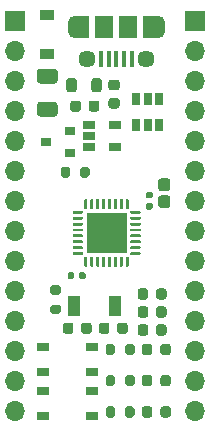
<source format=gbr>
%TF.GenerationSoftware,KiCad,Pcbnew,5.1.9-73d0e3b20d~88~ubuntu20.10.1*%
%TF.CreationDate,2021-03-03T18:54:08-06:00*%
%TF.ProjectId,serafino l432kc,73657261-6669-46e6-9f20-6c3433326b63,rev?*%
%TF.SameCoordinates,Original*%
%TF.FileFunction,Soldermask,Top*%
%TF.FilePolarity,Negative*%
%FSLAX46Y46*%
G04 Gerber Fmt 4.6, Leading zero omitted, Abs format (unit mm)*
G04 Created by KiCad (PCBNEW 5.1.9-73d0e3b20d~88~ubuntu20.10.1) date 2021-03-03 18:54:08*
%MOMM*%
%LPD*%
G01*
G04 APERTURE LIST*
%ADD10R,1.060000X0.650000*%
%ADD11R,0.650000X1.060000*%
%ADD12R,1.050000X0.650000*%
%ADD13R,1.200000X0.900000*%
%ADD14O,1.700000X1.700000*%
%ADD15R,1.700000X1.700000*%
%ADD16R,1.500000X1.900000*%
%ADD17C,1.450000*%
%ADD18R,0.400000X1.350000*%
%ADD19O,1.200000X1.900000*%
%ADD20R,1.200000X1.900000*%
%ADD21R,3.450000X3.450000*%
%ADD22R,1.000000X1.800000*%
%ADD23R,0.900000X0.800000*%
G04 APERTURE END LIST*
D10*
%TO.C,U1*%
X197188000Y-101158000D03*
X197188000Y-103058000D03*
X194988000Y-103058000D03*
X194988000Y-102108000D03*
X194988000Y-101158000D03*
%TD*%
%TO.C,C3*%
G36*
G01*
X197354000Y-98227000D02*
X196854000Y-98227000D01*
G75*
G02*
X196629000Y-98002000I0J225000D01*
G01*
X196629000Y-97552000D01*
G75*
G02*
X196854000Y-97327000I225000J0D01*
G01*
X197354000Y-97327000D01*
G75*
G02*
X197579000Y-97552000I0J-225000D01*
G01*
X197579000Y-98002000D01*
G75*
G02*
X197354000Y-98227000I-225000J0D01*
G01*
G37*
G36*
G01*
X197354000Y-99777000D02*
X196854000Y-99777000D01*
G75*
G02*
X196629000Y-99552000I0J225000D01*
G01*
X196629000Y-99102000D01*
G75*
G02*
X196854000Y-98877000I225000J0D01*
G01*
X197354000Y-98877000D01*
G75*
G02*
X197579000Y-99102000I0J-225000D01*
G01*
X197579000Y-99552000D01*
G75*
G02*
X197354000Y-99777000I-225000J0D01*
G01*
G37*
%TD*%
%TO.C,F1*%
G36*
G01*
X192077500Y-97650000D02*
X190827500Y-97650000D01*
G75*
G02*
X190577500Y-97400000I0J250000D01*
G01*
X190577500Y-96650000D01*
G75*
G02*
X190827500Y-96400000I250000J0D01*
G01*
X192077500Y-96400000D01*
G75*
G02*
X192327500Y-96650000I0J-250000D01*
G01*
X192327500Y-97400000D01*
G75*
G02*
X192077500Y-97650000I-250000J0D01*
G01*
G37*
G36*
G01*
X192077500Y-100450000D02*
X190827500Y-100450000D01*
G75*
G02*
X190577500Y-100200000I0J250000D01*
G01*
X190577500Y-99450000D01*
G75*
G02*
X190827500Y-99200000I250000J0D01*
G01*
X192077500Y-99200000D01*
G75*
G02*
X192327500Y-99450000I0J-250000D01*
G01*
X192327500Y-100200000D01*
G75*
G02*
X192077500Y-100450000I-250000J0D01*
G01*
G37*
%TD*%
D11*
%TO.C,U2*%
X200900000Y-98970000D03*
X199950000Y-98970000D03*
X199000000Y-98970000D03*
X199000000Y-101170000D03*
X200900000Y-101170000D03*
X199950000Y-101170000D03*
%TD*%
D12*
%TO.C,SW1*%
X195242400Y-125789000D03*
X195267400Y-123639000D03*
X191117400Y-125789000D03*
X191117400Y-123639000D03*
%TD*%
%TO.C,SW2*%
X195242400Y-122106000D03*
X195267400Y-119956000D03*
X191117400Y-122106000D03*
X191117400Y-119956000D03*
%TD*%
%TO.C,C8*%
G36*
G01*
X201083499Y-105684000D02*
X201633501Y-105684000D01*
G75*
G02*
X201883500Y-105933999I0J-249999D01*
G01*
X201883500Y-106509001D01*
G75*
G02*
X201633501Y-106759000I-249999J0D01*
G01*
X201083499Y-106759000D01*
G75*
G02*
X200833500Y-106509001I0J249999D01*
G01*
X200833500Y-105933999D01*
G75*
G02*
X201083499Y-105684000I249999J0D01*
G01*
G37*
G36*
G01*
X201083499Y-107109000D02*
X201633501Y-107109000D01*
G75*
G02*
X201883500Y-107358999I0J-249999D01*
G01*
X201883500Y-107934001D01*
G75*
G02*
X201633501Y-108184000I-249999J0D01*
G01*
X201083499Y-108184000D01*
G75*
G02*
X200833500Y-107934001I0J249999D01*
G01*
X200833500Y-107358999D01*
G75*
G02*
X201083499Y-107109000I249999J0D01*
G01*
G37*
%TD*%
D13*
%TO.C,D2*%
X191452500Y-95185500D03*
X191452500Y-91885500D03*
%TD*%
D14*
%TO.C,J3*%
X203962000Y-125349000D03*
X203962000Y-122809000D03*
X203962000Y-120269000D03*
X203962000Y-117729000D03*
X203962000Y-115189000D03*
X203962000Y-112649000D03*
X203962000Y-110109000D03*
X203962000Y-107569000D03*
X203962000Y-105029000D03*
X203962000Y-102489000D03*
X203962000Y-99949000D03*
X203962000Y-97409000D03*
X203962000Y-94869000D03*
D15*
X203962000Y-92329000D03*
%TD*%
%TO.C,J2*%
X188722000Y-92329000D03*
D14*
X188722000Y-94869000D03*
X188722000Y-97409000D03*
X188722000Y-99949000D03*
X188722000Y-102489000D03*
X188722000Y-105029000D03*
X188722000Y-107569000D03*
X188722000Y-110109000D03*
X188722000Y-112649000D03*
X188722000Y-115189000D03*
X188722000Y-117729000D03*
X188722000Y-120269000D03*
X188722000Y-122809000D03*
X188722000Y-125349000D03*
%TD*%
%TO.C,R1*%
G36*
G01*
X197187000Y-125175600D02*
X197187000Y-125725600D01*
G75*
G02*
X196987000Y-125925600I-200000J0D01*
G01*
X196587000Y-125925600D01*
G75*
G02*
X196387000Y-125725600I0J200000D01*
G01*
X196387000Y-125175600D01*
G75*
G02*
X196587000Y-124975600I200000J0D01*
G01*
X196987000Y-124975600D01*
G75*
G02*
X197187000Y-125175600I0J-200000D01*
G01*
G37*
G36*
G01*
X198837000Y-125175600D02*
X198837000Y-125725600D01*
G75*
G02*
X198637000Y-125925600I-200000J0D01*
G01*
X198237000Y-125925600D01*
G75*
G02*
X198037000Y-125725600I0J200000D01*
G01*
X198037000Y-125175600D01*
G75*
G02*
X198237000Y-124975600I200000J0D01*
G01*
X198637000Y-124975600D01*
G75*
G02*
X198837000Y-125175600I0J-200000D01*
G01*
G37*
%TD*%
%TO.C,R3*%
G36*
G01*
X197187000Y-122534000D02*
X197187000Y-123084000D01*
G75*
G02*
X196987000Y-123284000I-200000J0D01*
G01*
X196587000Y-123284000D01*
G75*
G02*
X196387000Y-123084000I0J200000D01*
G01*
X196387000Y-122534000D01*
G75*
G02*
X196587000Y-122334000I200000J0D01*
G01*
X196987000Y-122334000D01*
G75*
G02*
X197187000Y-122534000I0J-200000D01*
G01*
G37*
G36*
G01*
X198837000Y-122534000D02*
X198837000Y-123084000D01*
G75*
G02*
X198637000Y-123284000I-200000J0D01*
G01*
X198237000Y-123284000D01*
G75*
G02*
X198037000Y-123084000I0J200000D01*
G01*
X198037000Y-122534000D01*
G75*
G02*
X198237000Y-122334000I200000J0D01*
G01*
X198637000Y-122334000D01*
G75*
G02*
X198837000Y-122534000I0J-200000D01*
G01*
G37*
%TD*%
%TO.C,R4*%
G36*
G01*
X198837000Y-119892400D02*
X198837000Y-120442400D01*
G75*
G02*
X198637000Y-120642400I-200000J0D01*
G01*
X198237000Y-120642400D01*
G75*
G02*
X198037000Y-120442400I0J200000D01*
G01*
X198037000Y-119892400D01*
G75*
G02*
X198237000Y-119692400I200000J0D01*
G01*
X198637000Y-119692400D01*
G75*
G02*
X198837000Y-119892400I0J-200000D01*
G01*
G37*
G36*
G01*
X197187000Y-119892400D02*
X197187000Y-120442400D01*
G75*
G02*
X196987000Y-120642400I-200000J0D01*
G01*
X196587000Y-120642400D01*
G75*
G02*
X196387000Y-120442400I0J200000D01*
G01*
X196387000Y-119892400D01*
G75*
G02*
X196587000Y-119692400I200000J0D01*
G01*
X196987000Y-119692400D01*
G75*
G02*
X197187000Y-119892400I0J-200000D01*
G01*
G37*
%TD*%
%TO.C,D4*%
G36*
G01*
X199460400Y-120423650D02*
X199460400Y-119911150D01*
G75*
G02*
X199679150Y-119692400I218750J0D01*
G01*
X200116650Y-119692400D01*
G75*
G02*
X200335400Y-119911150I0J-218750D01*
G01*
X200335400Y-120423650D01*
G75*
G02*
X200116650Y-120642400I-218750J0D01*
G01*
X199679150Y-120642400D01*
G75*
G02*
X199460400Y-120423650I0J218750D01*
G01*
G37*
G36*
G01*
X201035400Y-120423650D02*
X201035400Y-119911150D01*
G75*
G02*
X201254150Y-119692400I218750J0D01*
G01*
X201691650Y-119692400D01*
G75*
G02*
X201910400Y-119911150I0J-218750D01*
G01*
X201910400Y-120423650D01*
G75*
G02*
X201691650Y-120642400I-218750J0D01*
G01*
X201254150Y-120642400D01*
G75*
G02*
X201035400Y-120423650I0J218750D01*
G01*
G37*
%TD*%
%TO.C,D3*%
G36*
G01*
X201035400Y-123065250D02*
X201035400Y-122552750D01*
G75*
G02*
X201254150Y-122334000I218750J0D01*
G01*
X201691650Y-122334000D01*
G75*
G02*
X201910400Y-122552750I0J-218750D01*
G01*
X201910400Y-123065250D01*
G75*
G02*
X201691650Y-123284000I-218750J0D01*
G01*
X201254150Y-123284000D01*
G75*
G02*
X201035400Y-123065250I0J218750D01*
G01*
G37*
G36*
G01*
X199460400Y-123065250D02*
X199460400Y-122552750D01*
G75*
G02*
X199679150Y-122334000I218750J0D01*
G01*
X200116650Y-122334000D01*
G75*
G02*
X200335400Y-122552750I0J-218750D01*
G01*
X200335400Y-123065250D01*
G75*
G02*
X200116650Y-123284000I-218750J0D01*
G01*
X199679150Y-123284000D01*
G75*
G02*
X199460400Y-123065250I0J218750D01*
G01*
G37*
%TD*%
%TO.C,D1*%
G36*
G01*
X199460400Y-125706850D02*
X199460400Y-125194350D01*
G75*
G02*
X199679150Y-124975600I218750J0D01*
G01*
X200116650Y-124975600D01*
G75*
G02*
X200335400Y-125194350I0J-218750D01*
G01*
X200335400Y-125706850D01*
G75*
G02*
X200116650Y-125925600I-218750J0D01*
G01*
X199679150Y-125925600D01*
G75*
G02*
X199460400Y-125706850I0J218750D01*
G01*
G37*
G36*
G01*
X201035400Y-125706850D02*
X201035400Y-125194350D01*
G75*
G02*
X201254150Y-124975600I218750J0D01*
G01*
X201691650Y-124975600D01*
G75*
G02*
X201910400Y-125194350I0J-218750D01*
G01*
X201910400Y-125706850D01*
G75*
G02*
X201691650Y-125925600I-218750J0D01*
G01*
X201254150Y-125925600D01*
G75*
G02*
X201035400Y-125706850I0J218750D01*
G01*
G37*
%TD*%
%TO.C,C1*%
G36*
G01*
X194302500Y-99318000D02*
X194302500Y-99818000D01*
G75*
G02*
X194077500Y-100043000I-225000J0D01*
G01*
X193627500Y-100043000D01*
G75*
G02*
X193402500Y-99818000I0J225000D01*
G01*
X193402500Y-99318000D01*
G75*
G02*
X193627500Y-99093000I225000J0D01*
G01*
X194077500Y-99093000D01*
G75*
G02*
X194302500Y-99318000I0J-225000D01*
G01*
G37*
G36*
G01*
X195852500Y-99318000D02*
X195852500Y-99818000D01*
G75*
G02*
X195627500Y-100043000I-225000J0D01*
G01*
X195177500Y-100043000D01*
G75*
G02*
X194952500Y-99818000I0J225000D01*
G01*
X194952500Y-99318000D01*
G75*
G02*
X195177500Y-99093000I225000J0D01*
G01*
X195627500Y-99093000D01*
G75*
G02*
X195852500Y-99318000I0J-225000D01*
G01*
G37*
%TD*%
%TO.C,C4*%
G36*
G01*
X193667500Y-118114000D02*
X193667500Y-118614000D01*
G75*
G02*
X193442500Y-118839000I-225000J0D01*
G01*
X192992500Y-118839000D01*
G75*
G02*
X192767500Y-118614000I0J225000D01*
G01*
X192767500Y-118114000D01*
G75*
G02*
X192992500Y-117889000I225000J0D01*
G01*
X193442500Y-117889000D01*
G75*
G02*
X193667500Y-118114000I0J-225000D01*
G01*
G37*
G36*
G01*
X195217500Y-118114000D02*
X195217500Y-118614000D01*
G75*
G02*
X194992500Y-118839000I-225000J0D01*
G01*
X194542500Y-118839000D01*
G75*
G02*
X194317500Y-118614000I0J225000D01*
G01*
X194317500Y-118114000D01*
G75*
G02*
X194542500Y-117889000I225000J0D01*
G01*
X194992500Y-117889000D01*
G75*
G02*
X195217500Y-118114000I0J-225000D01*
G01*
G37*
%TD*%
%TO.C,C5*%
G36*
G01*
X195815500Y-118614000D02*
X195815500Y-118114000D01*
G75*
G02*
X196040500Y-117889000I225000J0D01*
G01*
X196490500Y-117889000D01*
G75*
G02*
X196715500Y-118114000I0J-225000D01*
G01*
X196715500Y-118614000D01*
G75*
G02*
X196490500Y-118839000I-225000J0D01*
G01*
X196040500Y-118839000D01*
G75*
G02*
X195815500Y-118614000I0J225000D01*
G01*
G37*
G36*
G01*
X197365500Y-118614000D02*
X197365500Y-118114000D01*
G75*
G02*
X197590500Y-117889000I225000J0D01*
G01*
X198040500Y-117889000D01*
G75*
G02*
X198265500Y-118114000I0J-225000D01*
G01*
X198265500Y-118614000D01*
G75*
G02*
X198040500Y-118839000I-225000J0D01*
G01*
X197590500Y-118839000D01*
G75*
G02*
X197365500Y-118614000I0J225000D01*
G01*
G37*
%TD*%
%TO.C,C6*%
G36*
G01*
X199918500Y-106809000D02*
X200258500Y-106809000D01*
G75*
G02*
X200398500Y-106949000I0J-140000D01*
G01*
X200398500Y-107229000D01*
G75*
G02*
X200258500Y-107369000I-140000J0D01*
G01*
X199918500Y-107369000D01*
G75*
G02*
X199778500Y-107229000I0J140000D01*
G01*
X199778500Y-106949000D01*
G75*
G02*
X199918500Y-106809000I140000J0D01*
G01*
G37*
G36*
G01*
X199918500Y-107769000D02*
X200258500Y-107769000D01*
G75*
G02*
X200398500Y-107909000I0J-140000D01*
G01*
X200398500Y-108189000D01*
G75*
G02*
X200258500Y-108329000I-140000J0D01*
G01*
X199918500Y-108329000D01*
G75*
G02*
X199778500Y-108189000I0J140000D01*
G01*
X199778500Y-107909000D01*
G75*
G02*
X199918500Y-107769000I140000J0D01*
G01*
G37*
%TD*%
%TO.C,C7*%
G36*
G01*
X193729000Y-113749000D02*
X193729000Y-114089000D01*
G75*
G02*
X193589000Y-114229000I-140000J0D01*
G01*
X193309000Y-114229000D01*
G75*
G02*
X193169000Y-114089000I0J140000D01*
G01*
X193169000Y-113749000D01*
G75*
G02*
X193309000Y-113609000I140000J0D01*
G01*
X193589000Y-113609000D01*
G75*
G02*
X193729000Y-113749000I0J-140000D01*
G01*
G37*
G36*
G01*
X194689000Y-113749000D02*
X194689000Y-114089000D01*
G75*
G02*
X194549000Y-114229000I-140000J0D01*
G01*
X194269000Y-114229000D01*
G75*
G02*
X194129000Y-114089000I0J140000D01*
G01*
X194129000Y-113749000D01*
G75*
G02*
X194269000Y-113609000I140000J0D01*
G01*
X194549000Y-113609000D01*
G75*
G02*
X194689000Y-113749000I0J-140000D01*
G01*
G37*
%TD*%
%TO.C,C9*%
G36*
G01*
X199104800Y-118766400D02*
X199104800Y-118266400D01*
G75*
G02*
X199329800Y-118041400I225000J0D01*
G01*
X199779800Y-118041400D01*
G75*
G02*
X200004800Y-118266400I0J-225000D01*
G01*
X200004800Y-118766400D01*
G75*
G02*
X199779800Y-118991400I-225000J0D01*
G01*
X199329800Y-118991400D01*
G75*
G02*
X199104800Y-118766400I0J225000D01*
G01*
G37*
G36*
G01*
X200654800Y-118766400D02*
X200654800Y-118266400D01*
G75*
G02*
X200879800Y-118041400I225000J0D01*
G01*
X201329800Y-118041400D01*
G75*
G02*
X201554800Y-118266400I0J-225000D01*
G01*
X201554800Y-118766400D01*
G75*
G02*
X201329800Y-118991400I-225000J0D01*
G01*
X200879800Y-118991400D01*
G75*
G02*
X200654800Y-118766400I0J225000D01*
G01*
G37*
%TD*%
%TO.C,C10*%
G36*
G01*
X200654800Y-117242400D02*
X200654800Y-116742400D01*
G75*
G02*
X200879800Y-116517400I225000J0D01*
G01*
X201329800Y-116517400D01*
G75*
G02*
X201554800Y-116742400I0J-225000D01*
G01*
X201554800Y-117242400D01*
G75*
G02*
X201329800Y-117467400I-225000J0D01*
G01*
X200879800Y-117467400D01*
G75*
G02*
X200654800Y-117242400I0J225000D01*
G01*
G37*
G36*
G01*
X199104800Y-117242400D02*
X199104800Y-116742400D01*
G75*
G02*
X199329800Y-116517400I225000J0D01*
G01*
X199779800Y-116517400D01*
G75*
G02*
X200004800Y-116742400I0J-225000D01*
G01*
X200004800Y-117242400D01*
G75*
G02*
X199779800Y-117467400I-225000J0D01*
G01*
X199329800Y-117467400D01*
G75*
G02*
X199104800Y-117242400I0J225000D01*
G01*
G37*
%TD*%
%TO.C,FB1*%
G36*
G01*
X195189000Y-98171250D02*
X195189000Y-97408750D01*
G75*
G02*
X195407750Y-97190000I218750J0D01*
G01*
X195845250Y-97190000D01*
G75*
G02*
X196064000Y-97408750I0J-218750D01*
G01*
X196064000Y-98171250D01*
G75*
G02*
X195845250Y-98390000I-218750J0D01*
G01*
X195407750Y-98390000D01*
G75*
G02*
X195189000Y-98171250I0J218750D01*
G01*
G37*
G36*
G01*
X193064000Y-98171250D02*
X193064000Y-97408750D01*
G75*
G02*
X193282750Y-97190000I218750J0D01*
G01*
X193720250Y-97190000D01*
G75*
G02*
X193939000Y-97408750I0J-218750D01*
G01*
X193939000Y-98171250D01*
G75*
G02*
X193720250Y-98390000I-218750J0D01*
G01*
X193282750Y-98390000D01*
G75*
G02*
X193064000Y-98171250I0J218750D01*
G01*
G37*
%TD*%
D16*
%TO.C,J1*%
X196290000Y-92902500D03*
D17*
X199790000Y-95602500D03*
D18*
X197940000Y-95602500D03*
X198590000Y-95602500D03*
X195990000Y-95602500D03*
X196640000Y-95602500D03*
X197290000Y-95602500D03*
D17*
X194790000Y-95602500D03*
D16*
X198290000Y-92902500D03*
D19*
X200790000Y-92902500D03*
X193790000Y-92902500D03*
D20*
X194390000Y-92902500D03*
X200190000Y-92902500D03*
%TD*%
%TO.C,L1*%
G36*
G01*
X201554800Y-115212150D02*
X201554800Y-115724650D01*
G75*
G02*
X201336050Y-115943400I-218750J0D01*
G01*
X200898550Y-115943400D01*
G75*
G02*
X200679800Y-115724650I0J218750D01*
G01*
X200679800Y-115212150D01*
G75*
G02*
X200898550Y-114993400I218750J0D01*
G01*
X201336050Y-114993400D01*
G75*
G02*
X201554800Y-115212150I0J-218750D01*
G01*
G37*
G36*
G01*
X199979800Y-115212150D02*
X199979800Y-115724650D01*
G75*
G02*
X199761050Y-115943400I-218750J0D01*
G01*
X199323550Y-115943400D01*
G75*
G02*
X199104800Y-115724650I0J218750D01*
G01*
X199104800Y-115212150D01*
G75*
G02*
X199323550Y-114993400I218750J0D01*
G01*
X199761050Y-114993400D01*
G75*
G02*
X199979800Y-115212150I0J-218750D01*
G01*
G37*
%TD*%
%TO.C,R2*%
G36*
G01*
X192426000Y-117176000D02*
X191876000Y-117176000D01*
G75*
G02*
X191676000Y-116976000I0J200000D01*
G01*
X191676000Y-116576000D01*
G75*
G02*
X191876000Y-116376000I200000J0D01*
G01*
X192426000Y-116376000D01*
G75*
G02*
X192626000Y-116576000I0J-200000D01*
G01*
X192626000Y-116976000D01*
G75*
G02*
X192426000Y-117176000I-200000J0D01*
G01*
G37*
G36*
G01*
X192426000Y-115526000D02*
X191876000Y-115526000D01*
G75*
G02*
X191676000Y-115326000I0J200000D01*
G01*
X191676000Y-114926000D01*
G75*
G02*
X191876000Y-114726000I200000J0D01*
G01*
X192426000Y-114726000D01*
G75*
G02*
X192626000Y-114926000I0J-200000D01*
G01*
X192626000Y-115326000D01*
G75*
G02*
X192426000Y-115526000I-200000J0D01*
G01*
G37*
%TD*%
D21*
%TO.C,U3*%
X196469000Y-110299500D03*
G36*
G01*
X194406500Y-112174500D02*
X193656500Y-112174500D01*
G75*
G02*
X193594000Y-112112000I0J62500D01*
G01*
X193594000Y-111987000D01*
G75*
G02*
X193656500Y-111924500I62500J0D01*
G01*
X194406500Y-111924500D01*
G75*
G02*
X194469000Y-111987000I0J-62500D01*
G01*
X194469000Y-112112000D01*
G75*
G02*
X194406500Y-112174500I-62500J0D01*
G01*
G37*
G36*
G01*
X194406500Y-111674500D02*
X193656500Y-111674500D01*
G75*
G02*
X193594000Y-111612000I0J62500D01*
G01*
X193594000Y-111487000D01*
G75*
G02*
X193656500Y-111424500I62500J0D01*
G01*
X194406500Y-111424500D01*
G75*
G02*
X194469000Y-111487000I0J-62500D01*
G01*
X194469000Y-111612000D01*
G75*
G02*
X194406500Y-111674500I-62500J0D01*
G01*
G37*
G36*
G01*
X194406500Y-111174500D02*
X193656500Y-111174500D01*
G75*
G02*
X193594000Y-111112000I0J62500D01*
G01*
X193594000Y-110987000D01*
G75*
G02*
X193656500Y-110924500I62500J0D01*
G01*
X194406500Y-110924500D01*
G75*
G02*
X194469000Y-110987000I0J-62500D01*
G01*
X194469000Y-111112000D01*
G75*
G02*
X194406500Y-111174500I-62500J0D01*
G01*
G37*
G36*
G01*
X194406500Y-110674500D02*
X193656500Y-110674500D01*
G75*
G02*
X193594000Y-110612000I0J62500D01*
G01*
X193594000Y-110487000D01*
G75*
G02*
X193656500Y-110424500I62500J0D01*
G01*
X194406500Y-110424500D01*
G75*
G02*
X194469000Y-110487000I0J-62500D01*
G01*
X194469000Y-110612000D01*
G75*
G02*
X194406500Y-110674500I-62500J0D01*
G01*
G37*
G36*
G01*
X194406500Y-110174500D02*
X193656500Y-110174500D01*
G75*
G02*
X193594000Y-110112000I0J62500D01*
G01*
X193594000Y-109987000D01*
G75*
G02*
X193656500Y-109924500I62500J0D01*
G01*
X194406500Y-109924500D01*
G75*
G02*
X194469000Y-109987000I0J-62500D01*
G01*
X194469000Y-110112000D01*
G75*
G02*
X194406500Y-110174500I-62500J0D01*
G01*
G37*
G36*
G01*
X194406500Y-109674500D02*
X193656500Y-109674500D01*
G75*
G02*
X193594000Y-109612000I0J62500D01*
G01*
X193594000Y-109487000D01*
G75*
G02*
X193656500Y-109424500I62500J0D01*
G01*
X194406500Y-109424500D01*
G75*
G02*
X194469000Y-109487000I0J-62500D01*
G01*
X194469000Y-109612000D01*
G75*
G02*
X194406500Y-109674500I-62500J0D01*
G01*
G37*
G36*
G01*
X194406500Y-109174500D02*
X193656500Y-109174500D01*
G75*
G02*
X193594000Y-109112000I0J62500D01*
G01*
X193594000Y-108987000D01*
G75*
G02*
X193656500Y-108924500I62500J0D01*
G01*
X194406500Y-108924500D01*
G75*
G02*
X194469000Y-108987000I0J-62500D01*
G01*
X194469000Y-109112000D01*
G75*
G02*
X194406500Y-109174500I-62500J0D01*
G01*
G37*
G36*
G01*
X194406500Y-108674500D02*
X193656500Y-108674500D01*
G75*
G02*
X193594000Y-108612000I0J62500D01*
G01*
X193594000Y-108487000D01*
G75*
G02*
X193656500Y-108424500I62500J0D01*
G01*
X194406500Y-108424500D01*
G75*
G02*
X194469000Y-108487000I0J-62500D01*
G01*
X194469000Y-108612000D01*
G75*
G02*
X194406500Y-108674500I-62500J0D01*
G01*
G37*
G36*
G01*
X194781500Y-108299500D02*
X194656500Y-108299500D01*
G75*
G02*
X194594000Y-108237000I0J62500D01*
G01*
X194594000Y-107487000D01*
G75*
G02*
X194656500Y-107424500I62500J0D01*
G01*
X194781500Y-107424500D01*
G75*
G02*
X194844000Y-107487000I0J-62500D01*
G01*
X194844000Y-108237000D01*
G75*
G02*
X194781500Y-108299500I-62500J0D01*
G01*
G37*
G36*
G01*
X195281500Y-108299500D02*
X195156500Y-108299500D01*
G75*
G02*
X195094000Y-108237000I0J62500D01*
G01*
X195094000Y-107487000D01*
G75*
G02*
X195156500Y-107424500I62500J0D01*
G01*
X195281500Y-107424500D01*
G75*
G02*
X195344000Y-107487000I0J-62500D01*
G01*
X195344000Y-108237000D01*
G75*
G02*
X195281500Y-108299500I-62500J0D01*
G01*
G37*
G36*
G01*
X195781500Y-108299500D02*
X195656500Y-108299500D01*
G75*
G02*
X195594000Y-108237000I0J62500D01*
G01*
X195594000Y-107487000D01*
G75*
G02*
X195656500Y-107424500I62500J0D01*
G01*
X195781500Y-107424500D01*
G75*
G02*
X195844000Y-107487000I0J-62500D01*
G01*
X195844000Y-108237000D01*
G75*
G02*
X195781500Y-108299500I-62500J0D01*
G01*
G37*
G36*
G01*
X196281500Y-108299500D02*
X196156500Y-108299500D01*
G75*
G02*
X196094000Y-108237000I0J62500D01*
G01*
X196094000Y-107487000D01*
G75*
G02*
X196156500Y-107424500I62500J0D01*
G01*
X196281500Y-107424500D01*
G75*
G02*
X196344000Y-107487000I0J-62500D01*
G01*
X196344000Y-108237000D01*
G75*
G02*
X196281500Y-108299500I-62500J0D01*
G01*
G37*
G36*
G01*
X196781500Y-108299500D02*
X196656500Y-108299500D01*
G75*
G02*
X196594000Y-108237000I0J62500D01*
G01*
X196594000Y-107487000D01*
G75*
G02*
X196656500Y-107424500I62500J0D01*
G01*
X196781500Y-107424500D01*
G75*
G02*
X196844000Y-107487000I0J-62500D01*
G01*
X196844000Y-108237000D01*
G75*
G02*
X196781500Y-108299500I-62500J0D01*
G01*
G37*
G36*
G01*
X197281500Y-108299500D02*
X197156500Y-108299500D01*
G75*
G02*
X197094000Y-108237000I0J62500D01*
G01*
X197094000Y-107487000D01*
G75*
G02*
X197156500Y-107424500I62500J0D01*
G01*
X197281500Y-107424500D01*
G75*
G02*
X197344000Y-107487000I0J-62500D01*
G01*
X197344000Y-108237000D01*
G75*
G02*
X197281500Y-108299500I-62500J0D01*
G01*
G37*
G36*
G01*
X197781500Y-108299500D02*
X197656500Y-108299500D01*
G75*
G02*
X197594000Y-108237000I0J62500D01*
G01*
X197594000Y-107487000D01*
G75*
G02*
X197656500Y-107424500I62500J0D01*
G01*
X197781500Y-107424500D01*
G75*
G02*
X197844000Y-107487000I0J-62500D01*
G01*
X197844000Y-108237000D01*
G75*
G02*
X197781500Y-108299500I-62500J0D01*
G01*
G37*
G36*
G01*
X198281500Y-108299500D02*
X198156500Y-108299500D01*
G75*
G02*
X198094000Y-108237000I0J62500D01*
G01*
X198094000Y-107487000D01*
G75*
G02*
X198156500Y-107424500I62500J0D01*
G01*
X198281500Y-107424500D01*
G75*
G02*
X198344000Y-107487000I0J-62500D01*
G01*
X198344000Y-108237000D01*
G75*
G02*
X198281500Y-108299500I-62500J0D01*
G01*
G37*
G36*
G01*
X199281500Y-108674500D02*
X198531500Y-108674500D01*
G75*
G02*
X198469000Y-108612000I0J62500D01*
G01*
X198469000Y-108487000D01*
G75*
G02*
X198531500Y-108424500I62500J0D01*
G01*
X199281500Y-108424500D01*
G75*
G02*
X199344000Y-108487000I0J-62500D01*
G01*
X199344000Y-108612000D01*
G75*
G02*
X199281500Y-108674500I-62500J0D01*
G01*
G37*
G36*
G01*
X199281500Y-109174500D02*
X198531500Y-109174500D01*
G75*
G02*
X198469000Y-109112000I0J62500D01*
G01*
X198469000Y-108987000D01*
G75*
G02*
X198531500Y-108924500I62500J0D01*
G01*
X199281500Y-108924500D01*
G75*
G02*
X199344000Y-108987000I0J-62500D01*
G01*
X199344000Y-109112000D01*
G75*
G02*
X199281500Y-109174500I-62500J0D01*
G01*
G37*
G36*
G01*
X199281500Y-109674500D02*
X198531500Y-109674500D01*
G75*
G02*
X198469000Y-109612000I0J62500D01*
G01*
X198469000Y-109487000D01*
G75*
G02*
X198531500Y-109424500I62500J0D01*
G01*
X199281500Y-109424500D01*
G75*
G02*
X199344000Y-109487000I0J-62500D01*
G01*
X199344000Y-109612000D01*
G75*
G02*
X199281500Y-109674500I-62500J0D01*
G01*
G37*
G36*
G01*
X199281500Y-110174500D02*
X198531500Y-110174500D01*
G75*
G02*
X198469000Y-110112000I0J62500D01*
G01*
X198469000Y-109987000D01*
G75*
G02*
X198531500Y-109924500I62500J0D01*
G01*
X199281500Y-109924500D01*
G75*
G02*
X199344000Y-109987000I0J-62500D01*
G01*
X199344000Y-110112000D01*
G75*
G02*
X199281500Y-110174500I-62500J0D01*
G01*
G37*
G36*
G01*
X199281500Y-110674500D02*
X198531500Y-110674500D01*
G75*
G02*
X198469000Y-110612000I0J62500D01*
G01*
X198469000Y-110487000D01*
G75*
G02*
X198531500Y-110424500I62500J0D01*
G01*
X199281500Y-110424500D01*
G75*
G02*
X199344000Y-110487000I0J-62500D01*
G01*
X199344000Y-110612000D01*
G75*
G02*
X199281500Y-110674500I-62500J0D01*
G01*
G37*
G36*
G01*
X199281500Y-111174500D02*
X198531500Y-111174500D01*
G75*
G02*
X198469000Y-111112000I0J62500D01*
G01*
X198469000Y-110987000D01*
G75*
G02*
X198531500Y-110924500I62500J0D01*
G01*
X199281500Y-110924500D01*
G75*
G02*
X199344000Y-110987000I0J-62500D01*
G01*
X199344000Y-111112000D01*
G75*
G02*
X199281500Y-111174500I-62500J0D01*
G01*
G37*
G36*
G01*
X199281500Y-111674500D02*
X198531500Y-111674500D01*
G75*
G02*
X198469000Y-111612000I0J62500D01*
G01*
X198469000Y-111487000D01*
G75*
G02*
X198531500Y-111424500I62500J0D01*
G01*
X199281500Y-111424500D01*
G75*
G02*
X199344000Y-111487000I0J-62500D01*
G01*
X199344000Y-111612000D01*
G75*
G02*
X199281500Y-111674500I-62500J0D01*
G01*
G37*
G36*
G01*
X199281500Y-112174500D02*
X198531500Y-112174500D01*
G75*
G02*
X198469000Y-112112000I0J62500D01*
G01*
X198469000Y-111987000D01*
G75*
G02*
X198531500Y-111924500I62500J0D01*
G01*
X199281500Y-111924500D01*
G75*
G02*
X199344000Y-111987000I0J-62500D01*
G01*
X199344000Y-112112000D01*
G75*
G02*
X199281500Y-112174500I-62500J0D01*
G01*
G37*
G36*
G01*
X198281500Y-113174500D02*
X198156500Y-113174500D01*
G75*
G02*
X198094000Y-113112000I0J62500D01*
G01*
X198094000Y-112362000D01*
G75*
G02*
X198156500Y-112299500I62500J0D01*
G01*
X198281500Y-112299500D01*
G75*
G02*
X198344000Y-112362000I0J-62500D01*
G01*
X198344000Y-113112000D01*
G75*
G02*
X198281500Y-113174500I-62500J0D01*
G01*
G37*
G36*
G01*
X197781500Y-113174500D02*
X197656500Y-113174500D01*
G75*
G02*
X197594000Y-113112000I0J62500D01*
G01*
X197594000Y-112362000D01*
G75*
G02*
X197656500Y-112299500I62500J0D01*
G01*
X197781500Y-112299500D01*
G75*
G02*
X197844000Y-112362000I0J-62500D01*
G01*
X197844000Y-113112000D01*
G75*
G02*
X197781500Y-113174500I-62500J0D01*
G01*
G37*
G36*
G01*
X197281500Y-113174500D02*
X197156500Y-113174500D01*
G75*
G02*
X197094000Y-113112000I0J62500D01*
G01*
X197094000Y-112362000D01*
G75*
G02*
X197156500Y-112299500I62500J0D01*
G01*
X197281500Y-112299500D01*
G75*
G02*
X197344000Y-112362000I0J-62500D01*
G01*
X197344000Y-113112000D01*
G75*
G02*
X197281500Y-113174500I-62500J0D01*
G01*
G37*
G36*
G01*
X196781500Y-113174500D02*
X196656500Y-113174500D01*
G75*
G02*
X196594000Y-113112000I0J62500D01*
G01*
X196594000Y-112362000D01*
G75*
G02*
X196656500Y-112299500I62500J0D01*
G01*
X196781500Y-112299500D01*
G75*
G02*
X196844000Y-112362000I0J-62500D01*
G01*
X196844000Y-113112000D01*
G75*
G02*
X196781500Y-113174500I-62500J0D01*
G01*
G37*
G36*
G01*
X196281500Y-113174500D02*
X196156500Y-113174500D01*
G75*
G02*
X196094000Y-113112000I0J62500D01*
G01*
X196094000Y-112362000D01*
G75*
G02*
X196156500Y-112299500I62500J0D01*
G01*
X196281500Y-112299500D01*
G75*
G02*
X196344000Y-112362000I0J-62500D01*
G01*
X196344000Y-113112000D01*
G75*
G02*
X196281500Y-113174500I-62500J0D01*
G01*
G37*
G36*
G01*
X195781500Y-113174500D02*
X195656500Y-113174500D01*
G75*
G02*
X195594000Y-113112000I0J62500D01*
G01*
X195594000Y-112362000D01*
G75*
G02*
X195656500Y-112299500I62500J0D01*
G01*
X195781500Y-112299500D01*
G75*
G02*
X195844000Y-112362000I0J-62500D01*
G01*
X195844000Y-113112000D01*
G75*
G02*
X195781500Y-113174500I-62500J0D01*
G01*
G37*
G36*
G01*
X195281500Y-113174500D02*
X195156500Y-113174500D01*
G75*
G02*
X195094000Y-113112000I0J62500D01*
G01*
X195094000Y-112362000D01*
G75*
G02*
X195156500Y-112299500I62500J0D01*
G01*
X195281500Y-112299500D01*
G75*
G02*
X195344000Y-112362000I0J-62500D01*
G01*
X195344000Y-113112000D01*
G75*
G02*
X195281500Y-113174500I-62500J0D01*
G01*
G37*
G36*
G01*
X194781500Y-113174500D02*
X194656500Y-113174500D01*
G75*
G02*
X194594000Y-113112000I0J62500D01*
G01*
X194594000Y-112362000D01*
G75*
G02*
X194656500Y-112299500I62500J0D01*
G01*
X194781500Y-112299500D01*
G75*
G02*
X194844000Y-112362000I0J-62500D01*
G01*
X194844000Y-113112000D01*
G75*
G02*
X194781500Y-113174500I-62500J0D01*
G01*
G37*
%TD*%
D22*
%TO.C,Y1*%
X193703000Y-116459000D03*
X197203000Y-116459000D03*
%TD*%
%TO.C,R5*%
G36*
G01*
X195027000Y-104881000D02*
X195027000Y-105431000D01*
G75*
G02*
X194827000Y-105631000I-200000J0D01*
G01*
X194427000Y-105631000D01*
G75*
G02*
X194227000Y-105431000I0J200000D01*
G01*
X194227000Y-104881000D01*
G75*
G02*
X194427000Y-104681000I200000J0D01*
G01*
X194827000Y-104681000D01*
G75*
G02*
X195027000Y-104881000I0J-200000D01*
G01*
G37*
G36*
G01*
X193377000Y-104881000D02*
X193377000Y-105431000D01*
G75*
G02*
X193177000Y-105631000I-200000J0D01*
G01*
X192777000Y-105631000D01*
G75*
G02*
X192577000Y-105431000I0J200000D01*
G01*
X192577000Y-104881000D01*
G75*
G02*
X192777000Y-104681000I200000J0D01*
G01*
X193177000Y-104681000D01*
G75*
G02*
X193377000Y-104881000I0J-200000D01*
G01*
G37*
%TD*%
D23*
%TO.C,Q1*%
X193340000Y-103566000D03*
X193340000Y-101666000D03*
X191340000Y-102616000D03*
%TD*%
M02*

</source>
